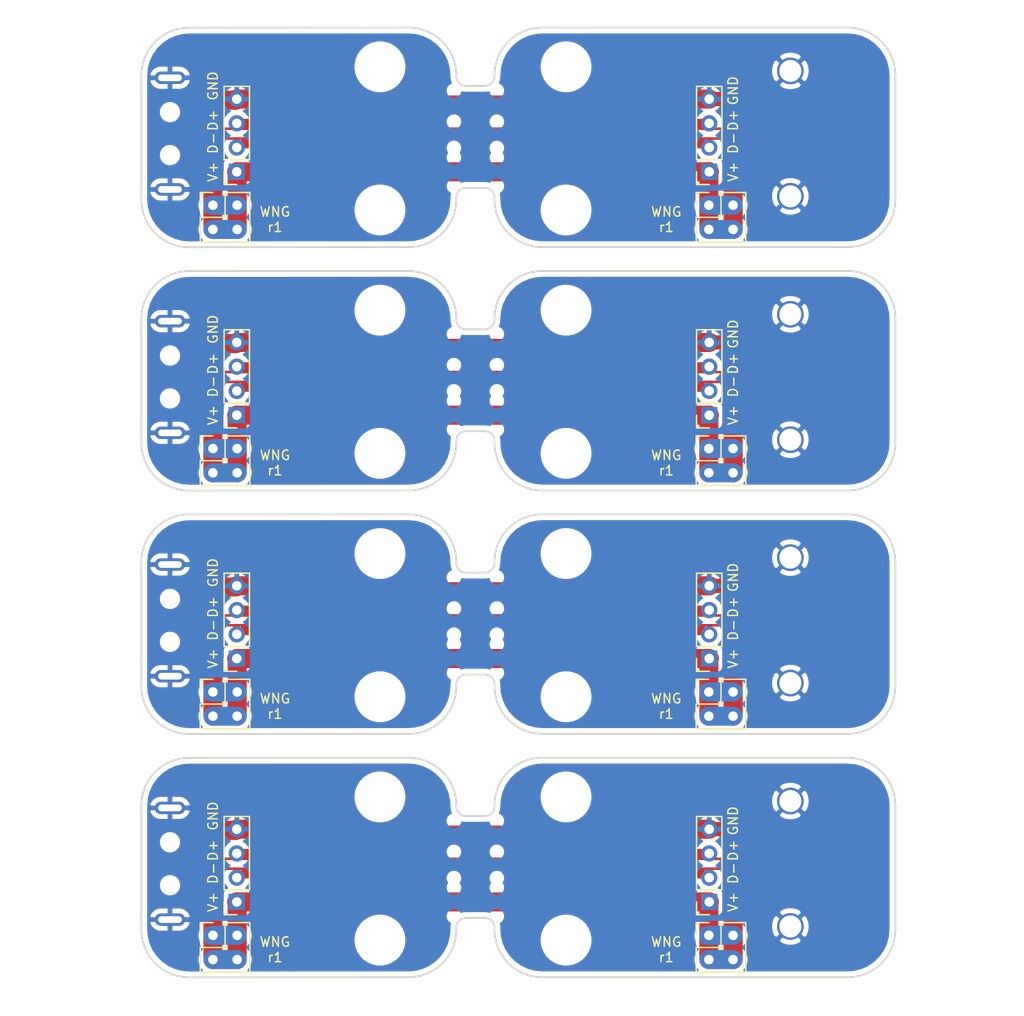
<source format=kicad_pcb>
(kicad_pcb (version 20171130) (host pcbnew 5.1.6-c6e7f7d~86~ubuntu16.04.1)
  (layers (0 F.Cu signal) (31 B.Cu signal) (34 B.Paste user) (35 F.Paste user) (36 B.SilkS user) (37 F.SilkS user) (38 B.Mask user) (39 F.Mask user) (44 Edge.Cuts user))
  (net 0 "")
  (net 1 /D+)
  (net 2 /D-)
  (net 3 /GND)
  (net 4 /VBUS)
  (module MountingHole:MountingHole_4.3mm_M4 (layer F.Cu) (at 159.5 178.5)
    (fp_text reference H4 hide)
    (fp_text value MountingHole)
    (pad 1 np_thru_hole circle (at 0 0) (size 4.3 4.3) (drill 4.3) (layers *.Cu *.Mask))
  )
  (module MountingHole:MountingHole_4.3mm_M4 (layer F.Cu) (at 159.5 153)
    (fp_text reference H4 hide)
    (fp_text value MountingHole)
    (pad 1 np_thru_hole circle (at 0 0) (size 4.3 4.3) (drill 4.3) (layers *.Cu *.Mask))
  )
  (module MountingHole:MountingHole_4.3mm_M4 (layer F.Cu) (at 159.5 127.5)
    (fp_text reference H4 hide)
    (fp_text value MountingHole)
    (pad 1 np_thru_hole circle (at 0 0) (size 4.3 4.3) (drill 4.3) (layers *.Cu *.Mask))
  )
  (module MountingHole:MountingHole_4.3mm_M4 (layer F.Cu) (at 140 163.5)
    (fp_text reference H1 hide)
    (fp_text value MountingHole)
    (pad 1 np_thru_hole circle (at 0 0) (size 4.3 4.3) (drill 4.3) (layers *.Cu *.Mask))
  )
  (module MountingHole:MountingHole_4.3mm_M4 (layer F.Cu) (at 140 138)
    (fp_text reference H1 hide)
    (fp_text value MountingHole)
    (pad 1 np_thru_hole circle (at 0 0) (size 4.3 4.3) (drill 4.3) (layers *.Cu *.Mask))
  )
  (module MountingHole:MountingHole_4.3mm_M4 (layer F.Cu) (at 140 112.5)
    (fp_text reference H1 hide)
    (fp_text value MountingHole)
    (pad 1 np_thru_hole circle (at 0 0) (size 4.3 4.3) (drill 4.3) (layers *.Cu *.Mask))
  )
  (module wng-connectors:Amphenol_87583-2010RLF_USB-A-Female (layer F.Cu) (at 183 170.5 90)
    (fp_text reference J8 hide)
    (fp_text value USB_A)
    (pad 1 connect rect (at -3.5 -3.58 90) (size 1.12 2.88) (layers F.Cu F.Mask) (net 4 /VBUS))
    (pad 2 connect rect (at -1 -3.58 90) (size 1.12 2.88) (layers F.Cu F.Mask) (net 2 /D-))
    (pad 3 connect rect (at 1 -3.58 90) (size 1.12 2.88) (layers F.Cu F.Mask) (net 1 /D+))
    (pad 4 connect rect (at 3.5 -3.58 90) (size 1.12 2.88) (layers F.Cu F.Mask) (net 3 /GND))
    (pad 5 thru_hole circle (at -6.57 0 90) (size 2.8 2.8) (drill 2.3) (layers *.Cu *.Mask) (net 3 /GND))
    (pad 5 thru_hole circle (at 6.57 0 90) (size 2.8 2.8) (drill 2.3) (layers *.Cu *.Mask) (net 3 /GND))
  )
  (module wng-connectors:Amphenol_87583-2010RLF_USB-A-Female (layer F.Cu) (at 183 145 90)
    (fp_text reference J8 hide)
    (fp_text value USB_A)
    (pad 1 connect rect (at -3.5 -3.58 90) (size 1.12 2.88) (layers F.Cu F.Mask) (net 4 /VBUS))
    (pad 2 connect rect (at -1 -3.58 90) (size 1.12 2.88) (layers F.Cu F.Mask) (net 2 /D-))
    (pad 3 connect rect (at 1 -3.58 90) (size 1.12 2.88) (layers F.Cu F.Mask) (net 1 /D+))
    (pad 4 connect rect (at 3.5 -3.58 90) (size 1.12 2.88) (layers F.Cu F.Mask) (net 3 /GND))
    (pad 5 thru_hole circle (at -6.57 0 90) (size 2.8 2.8) (drill 2.3) (layers *.Cu *.Mask) (net 3 /GND))
    (pad 5 thru_hole circle (at 6.57 0 90) (size 2.8 2.8) (drill 2.3) (layers *.Cu *.Mask) (net 3 /GND))
  )
  (module wng-connectors:Amphenol_87583-2010RLF_USB-A-Female (layer F.Cu) (at 183 119.5 90)
    (fp_text reference J8 hide)
    (fp_text value USB_A)
    (pad 1 connect rect (at -3.5 -3.58 90) (size 1.12 2.88) (layers F.Cu F.Mask) (net 4 /VBUS))
    (pad 2 connect rect (at -1 -3.58 90) (size 1.12 2.88) (layers F.Cu F.Mask) (net 2 /D-))
    (pad 3 connect rect (at 1 -3.58 90) (size 1.12 2.88) (layers F.Cu F.Mask) (net 1 /D+))
    (pad 4 connect rect (at 3.5 -3.58 90) (size 1.12 2.88) (layers F.Cu F.Mask) (net 3 /GND))
    (pad 5 thru_hole circle (at -6.57 0 90) (size 2.8 2.8) (drill 2.3) (layers *.Cu *.Mask) (net 3 /GND))
    (pad 5 thru_hole circle (at 6.57 0 90) (size 2.8 2.8) (drill 2.3) (layers *.Cu *.Mask) (net 3 /GND))
  )
  (module usb_breakout:0.5MM_hole (layer F.Cu) (at 147.75 169.25)
    (fp_text reference REF** hide)
    (fp_text value 0.5MM_hole hide)
    (pad "" np_thru_hole circle (at 0 0) (size 0.5 0.5) (drill 0.5) (layers *.Cu *.Mask))
  )
  (module usb_breakout:0.5MM_hole (layer F.Cu) (at 147.75 143.75)
    (fp_text reference REF** hide)
    (fp_text value 0.5MM_hole hide)
    (pad "" np_thru_hole circle (at 0 0) (size 0.5 0.5) (drill 0.5) (layers *.Cu *.Mask))
  )
  (module usb_breakout:0.5MM_hole (layer F.Cu) (at 147.75 118.25)
    (fp_text reference REF** hide)
    (fp_text value 0.5MM_hole hide)
    (pad "" np_thru_hole circle (at 0 0) (size 0.5 0.5) (drill 0.5) (layers *.Cu *.Mask))
  )
  (module MountingHole:MountingHole_4.3mm_M4 (layer F.Cu) (at 140 178.5)
    (fp_text reference H2 hide)
    (fp_text value MountingHole)
    (pad 1 np_thru_hole circle (at 0 0) (size 4.3 4.3) (drill 4.3) (layers *.Cu *.Mask))
  )
  (module MountingHole:MountingHole_4.3mm_M4 (layer F.Cu) (at 140 153)
    (fp_text reference H2 hide)
    (fp_text value MountingHole)
    (pad 1 np_thru_hole circle (at 0 0) (size 4.3 4.3) (drill 4.3) (layers *.Cu *.Mask))
  )
  (module MountingHole:MountingHole_4.3mm_M4 (layer F.Cu) (at 140 127.5)
    (fp_text reference H2 hide)
    (fp_text value MountingHole)
    (pad 1 np_thru_hole circle (at 0 0) (size 4.3 4.3) (drill 4.3) (layers *.Cu *.Mask))
  )
  (module usb_breakout:0.5MM_hole (layer F.Cu) (at 147.75 176)
    (fp_text reference REF** hide)
    (fp_text value 0.5MM_hole hide)
    (pad "" np_thru_hole circle (at 0 0) (size 0.5 0.5) (drill 0.5) (layers *.Cu *.Mask))
  )
  (module usb_breakout:0.5MM_hole (layer F.Cu) (at 147.75 150.5)
    (fp_text reference REF** hide)
    (fp_text value 0.5MM_hole hide)
    (pad "" np_thru_hole circle (at 0 0) (size 0.5 0.5) (drill 0.5) (layers *.Cu *.Mask))
  )
  (module usb_breakout:0.5MM_hole (layer F.Cu) (at 147.75 125)
    (fp_text reference REF** hide)
    (fp_text value 0.5MM_hole hide)
    (pad "" np_thru_hole circle (at 0 0) (size 0.5 0.5) (drill 0.5) (layers *.Cu *.Mask))
  )
  (module usb_breakout:0.5MM_hole (layer F.Cu) (at 152.25 173)
    (fp_text reference REF** hide)
    (fp_text value 0.5MM_hole hide)
    (pad "" np_thru_hole circle (at 0 0) (size 0.5 0.5) (drill 0.5) (layers *.Cu *.Mask))
  )
  (module usb_breakout:0.5MM_hole (layer F.Cu) (at 152.25 147.5)
    (fp_text reference REF** hide)
    (fp_text value 0.5MM_hole hide)
    (pad "" np_thru_hole circle (at 0 0) (size 0.5 0.5) (drill 0.5) (layers *.Cu *.Mask))
  )
  (module usb_breakout:0.5MM_hole (layer F.Cu) (at 152.25 122)
    (fp_text reference REF** hide)
    (fp_text value 0.5MM_hole hide)
    (pad "" np_thru_hole circle (at 0 0) (size 0.5 0.5) (drill 0.5) (layers *.Cu *.Mask))
  )
  (module usb_breakout:0.5MM_hole (layer F.Cu) (at 147.75 172)
    (fp_text reference REF** hide)
    (fp_text value 0.5MM_hole hide)
    (pad "" np_thru_hole circle (at 0 0) (size 0.5 0.5) (drill 0.5) (layers *.Cu *.Mask))
  )
  (module usb_breakout:0.5MM_hole (layer F.Cu) (at 147.75 146.5)
    (fp_text reference REF** hide)
    (fp_text value 0.5MM_hole hide)
    (pad "" np_thru_hole circle (at 0 0) (size 0.5 0.5) (drill 0.5) (layers *.Cu *.Mask))
  )
  (module usb_breakout:0.5MM_hole (layer F.Cu) (at 147.75 121)
    (fp_text reference REF** hide)
    (fp_text value 0.5MM_hole hide)
    (pad "" np_thru_hole circle (at 0 0) (size 0.5 0.5) (drill 0.5) (layers *.Cu *.Mask))
  )
  (module MountingHole:MountingHole_4.3mm_M4 (layer F.Cu) (at 159.5 163.5)
    (fp_text reference H3 hide)
    (fp_text value MountingHole)
    (pad 1 np_thru_hole circle (at 0 0) (size 4.3 4.3) (drill 4.3) (layers *.Cu *.Mask))
  )
  (module MountingHole:MountingHole_4.3mm_M4 (layer F.Cu) (at 159.5 138)
    (fp_text reference H3 hide)
    (fp_text value MountingHole)
    (pad 1 np_thru_hole circle (at 0 0) (size 4.3 4.3) (drill 4.3) (layers *.Cu *.Mask))
  )
  (module MountingHole:MountingHole_4.3mm_M4 (layer F.Cu) (at 159.5 112.5)
    (fp_text reference H3 hide)
    (fp_text value MountingHole)
    (pad 1 np_thru_hole circle (at 0 0) (size 4.3 4.3) (drill 4.3) (layers *.Cu *.Mask))
  )
  (module wng-connectors:Molex_48037-2200_USB-A (layer F.Cu) (at 118 170.5 270)
    (fp_text reference J1 hide)
    (fp_text value USB_A)
    (pad 1 connect rect (at 3.5 -2.6 270) (size 1.2 2) (layers F.Cu F.Mask) (net 4 /VBUS))
    (pad 2 connect rect (at 1 -2.6 270) (size 1.2 2) (layers F.Cu F.Mask) (net 2 /D-))
    (pad 3 connect rect (at -1 -2.6 270) (size 1.2 2) (layers F.Cu F.Mask) (net 1 /D+))
    (pad 4 connect rect (at -3.5 -2.6 270) (size 1.2 2) (layers F.Cu F.Mask) (net 3 /GND))
    (pad "" np_thru_hole circle (at 2.25 0 270) (size 1.1 1.1) (drill 1.1) (layers *.Cu *.Mask))
    (pad "" np_thru_hole circle (at -2.25 0 270) (size 1.1 1.1) (drill 1.1) (layers *.Mask F.Cu))
    (pad 5 thru_hole oval (at 5.85 0 270) (size 1.3 3.2) (drill oval 0.7 2.5) (layers *.Cu *.Mask) (net 3 /GND))
    (pad 5 thru_hole oval (at -5.85 0 270) (size 1.3 3.2) (drill oval 0.7 2.5) (layers *.Cu *.Mask) (net 3 /GND))
  )
  (module wng-connectors:Molex_48037-2200_USB-A (layer F.Cu) (at 118 145 270)
    (fp_text reference J1 hide)
    (fp_text value USB_A)
    (pad 1 connect rect (at 3.5 -2.6 270) (size 1.2 2) (layers F.Cu F.Mask) (net 4 /VBUS))
    (pad 2 connect rect (at 1 -2.6 270) (size 1.2 2) (layers F.Cu F.Mask) (net 2 /D-))
    (pad 3 connect rect (at -1 -2.6 270) (size 1.2 2) (layers F.Cu F.Mask) (net 1 /D+))
    (pad 4 connect rect (at -3.5 -2.6 270) (size 1.2 2) (layers F.Cu F.Mask) (net 3 /GND))
    (pad "" np_thru_hole circle (at 2.25 0 270) (size 1.1 1.1) (drill 1.1) (layers *.Cu *.Mask))
    (pad "" np_thru_hole circle (at -2.25 0 270) (size 1.1 1.1) (drill 1.1) (layers *.Mask F.Cu))
    (pad 5 thru_hole oval (at 5.85 0 270) (size 1.3 3.2) (drill oval 0.7 2.5) (layers *.Cu *.Mask) (net 3 /GND))
    (pad 5 thru_hole oval (at -5.85 0 270) (size 1.3 3.2) (drill oval 0.7 2.5) (layers *.Cu *.Mask) (net 3 /GND))
  )
  (module wng-connectors:Molex_48037-2200_USB-A (layer F.Cu) (at 118 119.5 270)
    (fp_text reference J1 hide)
    (fp_text value USB_A)
    (pad 1 connect rect (at 3.5 -2.6 270) (size 1.2 2) (layers F.Cu F.Mask) (net 4 /VBUS))
    (pad 2 connect rect (at 1 -2.6 270) (size 1.2 2) (layers F.Cu F.Mask) (net 2 /D-))
    (pad 3 connect rect (at -1 -2.6 270) (size 1.2 2) (layers F.Cu F.Mask) (net 1 /D+))
    (pad 4 connect rect (at -3.5 -2.6 270) (size 1.2 2) (layers F.Cu F.Mask) (net 3 /GND))
    (pad "" np_thru_hole circle (at 2.25 0 270) (size 1.1 1.1) (drill 1.1) (layers *.Cu *.Mask))
    (pad "" np_thru_hole circle (at -2.25 0 270) (size 1.1 1.1) (drill 1.1) (layers *.Mask F.Cu))
    (pad 5 thru_hole oval (at 5.85 0 270) (size 1.3 3.2) (drill oval 0.7 2.5) (layers *.Cu *.Mask) (net 3 /GND))
    (pad 5 thru_hole oval (at -5.85 0 270) (size 1.3 3.2) (drill oval 0.7 2.5) (layers *.Cu *.Mask) (net 3 /GND))
  )
  (module Connector_PinSocket_2.54mm:PinSocket_1x04_P2.54mm_Vertical (layer F.Cu) (at 174.5 174.5 180)
    (fp_text reference J4 hide)
    (fp_text value Conn_01x04)
    (pad 1 thru_hole rect (at 0 0 180) (size 1.7 1.7) (drill 1) (layers *.Cu *.Mask) (net 4 /VBUS))
    (pad 2 thru_hole oval (at 0 2.54 180) (size 1.7 1.7) (drill 1) (layers *.Cu *.Mask) (net 2 /D-))
    (pad 3 thru_hole oval (at 0 5.08 180) (size 1.7 1.7) (drill 1) (layers *.Cu *.Mask) (net 1 /D+))
    (pad 4 thru_hole oval (at 0 7.62 180) (size 1.7 1.7) (drill 1) (layers *.Cu *.Mask) (net 3 /GND))
  )
  (module Connector_PinSocket_2.54mm:PinSocket_1x04_P2.54mm_Vertical (layer F.Cu) (at 174.5 149 180)
    (fp_text reference J4 hide)
    (fp_text value Conn_01x04)
    (pad 1 thru_hole rect (at 0 0 180) (size 1.7 1.7) (drill 1) (layers *.Cu *.Mask) (net 4 /VBUS))
    (pad 2 thru_hole oval (at 0 2.54 180) (size 1.7 1.7) (drill 1) (layers *.Cu *.Mask) (net 2 /D-))
    (pad 3 thru_hole oval (at 0 5.08 180) (size 1.7 1.7) (drill 1) (layers *.Cu *.Mask) (net 1 /D+))
    (pad 4 thru_hole oval (at 0 7.62 180) (size 1.7 1.7) (drill 1) (layers *.Cu *.Mask) (net 3 /GND))
  )
  (module Connector_PinSocket_2.54mm:PinSocket_1x04_P2.54mm_Vertical (layer F.Cu) (at 174.5 123.5 180)
    (fp_text reference J4 hide)
    (fp_text value Conn_01x04)
    (pad 1 thru_hole rect (at 0 0 180) (size 1.7 1.7) (drill 1) (layers *.Cu *.Mask) (net 4 /VBUS))
    (pad 2 thru_hole oval (at 0 2.54 180) (size 1.7 1.7) (drill 1) (layers *.Cu *.Mask) (net 2 /D-))
    (pad 3 thru_hole oval (at 0 5.08 180) (size 1.7 1.7) (drill 1) (layers *.Cu *.Mask) (net 1 /D+))
    (pad 4 thru_hole oval (at 0 7.62 180) (size 1.7 1.7) (drill 1) (layers *.Cu *.Mask) (net 3 /GND))
  )
  (module usb_breakout:0.5MM_hole (layer F.Cu) (at 152.25 172)
    (fp_text reference REF** hide)
    (fp_text value 0.5MM_hole hide)
    (pad "" np_thru_hole circle (at 0 0) (size 0.5 0.5) (drill 0.5) (layers *.Cu *.Mask))
  )
  (module usb_breakout:0.5MM_hole (layer F.Cu) (at 152.25 146.5)
    (fp_text reference REF** hide)
    (fp_text value 0.5MM_hole hide)
    (pad "" np_thru_hole circle (at 0 0) (size 0.5 0.5) (drill 0.5) (layers *.Cu *.Mask))
  )
  (module usb_breakout:0.5MM_hole (layer F.Cu) (at 152.25 121)
    (fp_text reference REF** hide)
    (fp_text value 0.5MM_hole hide)
    (pad "" np_thru_hole circle (at 0 0) (size 0.5 0.5) (drill 0.5) (layers *.Cu *.Mask))
  )
  (module usb_breakout:0.5MM_hole (layer F.Cu) (at 152.25 176)
    (fp_text reference REF** hide)
    (fp_text value 0.5MM_hole hide)
    (pad "" np_thru_hole circle (at 0 0) (size 0.5 0.5) (drill 0.5) (layers *.Cu *.Mask))
  )
  (module usb_breakout:0.5MM_hole (layer F.Cu) (at 152.25 150.5)
    (fp_text reference REF** hide)
    (fp_text value 0.5MM_hole hide)
    (pad "" np_thru_hole circle (at 0 0) (size 0.5 0.5) (drill 0.5) (layers *.Cu *.Mask))
  )
  (module usb_breakout:0.5MM_hole (layer F.Cu) (at 152.25 125)
    (fp_text reference REF** hide)
    (fp_text value 0.5MM_hole hide)
    (pad "" np_thru_hole circle (at 0 0) (size 0.5 0.5) (drill 0.5) (layers *.Cu *.Mask))
  )
  (module Connector_PinHeader_2.54mm:PinHeader_2x02_P2.54mm_Vertical (layer F.Cu) (at 174.46 178)
    (fp_text reference J5 hide)
    (fp_text value Conn_02x02_Odd_Even)
    (pad 1 thru_hole rect (at 0 0) (size 1.7 1.7) (drill 1) (layers *.Cu *.Mask) (net 4 /VBUS))
    (pad 2 thru_hole oval (at 2.54 0) (size 1.7 1.7) (drill 1) (layers *.Cu *.Mask) (net 4 /VBUS))
    (pad 3 thru_hole oval (at 0 2.54) (size 1.7 1.7) (drill 1) (layers *.Cu *.Mask) (net 4 /VBUS))
    (pad 4 thru_hole oval (at 2.54 2.54) (size 1.7 1.7) (drill 1) (layers *.Cu *.Mask) (net 4 /VBUS))
  )
  (module Connector_PinHeader_2.54mm:PinHeader_2x02_P2.54mm_Vertical (layer F.Cu) (at 174.46 152.5)
    (fp_text reference J5 hide)
    (fp_text value Conn_02x02_Odd_Even)
    (pad 1 thru_hole rect (at 0 0) (size 1.7 1.7) (drill 1) (layers *.Cu *.Mask) (net 4 /VBUS))
    (pad 2 thru_hole oval (at 2.54 0) (size 1.7 1.7) (drill 1) (layers *.Cu *.Mask) (net 4 /VBUS))
    (pad 3 thru_hole oval (at 0 2.54) (size 1.7 1.7) (drill 1) (layers *.Cu *.Mask) (net 4 /VBUS))
    (pad 4 thru_hole oval (at 2.54 2.54) (size 1.7 1.7) (drill 1) (layers *.Cu *.Mask) (net 4 /VBUS))
  )
  (module Connector_PinHeader_2.54mm:PinHeader_2x02_P2.54mm_Vertical (layer F.Cu) (at 174.46 127)
    (fp_text reference J5 hide)
    (fp_text value Conn_02x02_Odd_Even)
    (pad 1 thru_hole rect (at 0 0) (size 1.7 1.7) (drill 1) (layers *.Cu *.Mask) (net 4 /VBUS))
    (pad 2 thru_hole oval (at 2.54 0) (size 1.7 1.7) (drill 1) (layers *.Cu *.Mask) (net 4 /VBUS))
    (pad 3 thru_hole oval (at 0 2.54) (size 1.7 1.7) (drill 1) (layers *.Cu *.Mask) (net 4 /VBUS))
    (pad 4 thru_hole oval (at 2.54 2.54) (size 1.7 1.7) (drill 1) (layers *.Cu *.Mask) (net 4 /VBUS))
  )
  (module Connector_PinHeader_2.54mm:PinHeader_2x02_P2.54mm_Vertical (layer F.Cu) (at 122.5 178)
    (fp_text reference J2 hide)
    (fp_text value Conn_02x02_Odd_Even)
    (pad 1 thru_hole rect (at 0 0) (size 1.7 1.7) (drill 1) (layers *.Cu *.Mask) (net 4 /VBUS))
    (pad 2 thru_hole oval (at 2.54 0) (size 1.7 1.7) (drill 1) (layers *.Cu *.Mask) (net 4 /VBUS))
    (pad 3 thru_hole oval (at 0 2.54) (size 1.7 1.7) (drill 1) (layers *.Cu *.Mask) (net 4 /VBUS))
    (pad 4 thru_hole oval (at 2.54 2.54) (size 1.7 1.7) (drill 1) (layers *.Cu *.Mask) (net 4 /VBUS))
  )
  (module Connector_PinHeader_2.54mm:PinHeader_2x02_P2.54mm_Vertical (layer F.Cu) (at 122.5 152.5)
    (fp_text reference J2 hide)
    (fp_text value Conn_02x02_Odd_Even)
    (pad 1 thru_hole rect (at 0 0) (size 1.7 1.7) (drill 1) (layers *.Cu *.Mask) (net 4 /VBUS))
    (pad 2 thru_hole oval (at 2.54 0) (size 1.7 1.7) (drill 1) (layers *.Cu *.Mask) (net 4 /VBUS))
    (pad 3 thru_hole oval (at 0 2.54) (size 1.7 1.7) (drill 1) (layers *.Cu *.Mask) (net 4 /VBUS))
    (pad 4 thru_hole oval (at 2.54 2.54) (size 1.7 1.7) (drill 1) (layers *.Cu *.Mask) (net 4 /VBUS))
  )
  (module Connector_PinHeader_2.54mm:PinHeader_2x02_P2.54mm_Vertical (layer F.Cu) (at 122.5 127)
    (fp_text reference J2 hide)
    (fp_text value Conn_02x02_Odd_Even)
    (pad 1 thru_hole rect (at 0 0) (size 1.7 1.7) (drill 1) (layers *.Cu *.Mask) (net 4 /VBUS))
    (pad 2 thru_hole oval (at 2.54 0) (size 1.7 1.7) (drill 1) (layers *.Cu *.Mask) (net 4 /VBUS))
    (pad 3 thru_hole oval (at 0 2.54) (size 1.7 1.7) (drill 1) (layers *.Cu *.Mask) (net 4 /VBUS))
    (pad 4 thru_hole oval (at 2.54 2.54) (size 1.7 1.7) (drill 1) (layers *.Cu *.Mask) (net 4 /VBUS))
  )
  (module usb_breakout:0.5MM_hole (layer F.Cu) (at 147.75 166)
    (fp_text reference REF** hide)
    (fp_text value 0.5MM_hole hide)
    (pad "" np_thru_hole circle (at 0 0) (size 0.5 0.5) (drill 0.5) (layers *.Cu *.Mask))
  )
  (module usb_breakout:0.5MM_hole (layer F.Cu) (at 147.75 140.5)
    (fp_text reference REF** hide)
    (fp_text value 0.5MM_hole hide)
    (pad "" np_thru_hole circle (at 0 0) (size 0.5 0.5) (drill 0.5) (layers *.Cu *.Mask))
  )
  (module usb_breakout:0.5MM_hole (layer F.Cu) (at 147.75 115)
    (fp_text reference REF** hide)
    (fp_text value 0.5MM_hole hide)
    (pad "" np_thru_hole circle (at 0 0) (size 0.5 0.5) (drill 0.5) (layers *.Cu *.Mask))
  )
  (module usb_breakout:0.5MM_hole (layer F.Cu) (at 152.25 166)
    (fp_text reference REF** hide)
    (fp_text value 0.5MM_hole hide)
    (pad "" np_thru_hole circle (at 0 0) (size 0.5 0.5) (drill 0.5) (layers *.Cu *.Mask))
  )
  (module usb_breakout:0.5MM_hole (layer F.Cu) (at 152.25 140.5)
    (fp_text reference REF** hide)
    (fp_text value 0.5MM_hole hide)
    (pad "" np_thru_hole circle (at 0 0) (size 0.5 0.5) (drill 0.5) (layers *.Cu *.Mask))
  )
  (module usb_breakout:0.5MM_hole (layer F.Cu) (at 152.25 115)
    (fp_text reference REF** hide)
    (fp_text value 0.5MM_hole hide)
    (pad "" np_thru_hole circle (at 0 0) (size 0.5 0.5) (drill 0.5) (layers *.Cu *.Mask))
  )
  (module Connector_PinSocket_2.54mm:PinSocket_1x04_P2.54mm_Vertical (layer F.Cu) (at 125 174.5 180)
    (fp_text reference J3 hide)
    (fp_text value Conn_01x04)
    (pad 1 thru_hole rect (at 0 0 180) (size 1.7 1.7) (drill 1) (layers *.Cu *.Mask) (net 4 /VBUS))
    (pad 2 thru_hole oval (at 0 2.54 180) (size 1.7 1.7) (drill 1) (layers *.Cu *.Mask) (net 2 /D-))
    (pad 3 thru_hole oval (at 0 5.08 180) (size 1.7 1.7) (drill 1) (layers *.Cu *.Mask) (net 1 /D+))
    (pad 4 thru_hole oval (at 0 7.62 180) (size 1.7 1.7) (drill 1) (layers *.Cu *.Mask) (net 3 /GND))
  )
  (module Connector_PinSocket_2.54mm:PinSocket_1x04_P2.54mm_Vertical (layer F.Cu) (at 125 149 180)
    (fp_text reference J3 hide)
    (fp_text value Conn_01x04)
    (pad 1 thru_hole rect (at 0 0 180) (size 1.7 1.7) (drill 1) (layers *.Cu *.Mask) (net 4 /VBUS))
    (pad 2 thru_hole oval (at 0 2.54 180) (size 1.7 1.7) (drill 1) (layers *.Cu *.Mask) (net 2 /D-))
    (pad 3 thru_hole oval (at 0 5.08 180) (size 1.7 1.7) (drill 1) (layers *.Cu *.Mask) (net 1 /D+))
    (pad 4 thru_hole oval (at 0 7.62 180) (size 1.7 1.7) (drill 1) (layers *.Cu *.Mask) (net 3 /GND))
  )
  (module Connector_PinSocket_2.54mm:PinSocket_1x04_P2.54mm_Vertical (layer F.Cu) (at 125 123.5 180)
    (fp_text reference J3 hide)
    (fp_text value Conn_01x04)
    (pad 1 thru_hole rect (at 0 0 180) (size 1.7 1.7) (drill 1) (layers *.Cu *.Mask) (net 4 /VBUS))
    (pad 2 thru_hole oval (at 0 2.54 180) (size 1.7 1.7) (drill 1) (layers *.Cu *.Mask) (net 2 /D-))
    (pad 3 thru_hole oval (at 0 5.08 180) (size 1.7 1.7) (drill 1) (layers *.Cu *.Mask) (net 1 /D+))
    (pad 4 thru_hole oval (at 0 7.62 180) (size 1.7 1.7) (drill 1) (layers *.Cu *.Mask) (net 3 /GND))
  )
  (module usb_breakout:0.5MM_hole (layer F.Cu) (at 147.75 173)
    (fp_text reference REF** hide)
    (fp_text value 0.5MM_hole hide)
    (pad "" np_thru_hole circle (at 0 0) (size 0.5 0.5) (drill 0.5) (layers *.Cu *.Mask))
  )
  (module usb_breakout:0.5MM_hole (layer F.Cu) (at 147.75 147.5)
    (fp_text reference REF** hide)
    (fp_text value 0.5MM_hole hide)
    (pad "" np_thru_hole circle (at 0 0) (size 0.5 0.5) (drill 0.5) (layers *.Cu *.Mask))
  )
  (module usb_breakout:0.5MM_hole (layer F.Cu) (at 147.75 122)
    (fp_text reference REF** hide)
    (fp_text value 0.5MM_hole hide)
    (pad "" np_thru_hole circle (at 0 0) (size 0.5 0.5) (drill 0.5) (layers *.Cu *.Mask))
  )
  (module usb_breakout:0.5MM_hole (layer F.Cu) (at 152.25 169.25)
    (fp_text reference REF** hide)
    (fp_text value 0.5MM_hole hide)
    (pad "" np_thru_hole circle (at 0 0) (size 0.5 0.5) (drill 0.5) (layers *.Cu *.Mask))
  )
  (module usb_breakout:0.5MM_hole (layer F.Cu) (at 152.25 143.75)
    (fp_text reference REF** hide)
    (fp_text value 0.5MM_hole hide)
    (pad "" np_thru_hole circle (at 0 0) (size 0.5 0.5) (drill 0.5) (layers *.Cu *.Mask))
  )
  (module usb_breakout:0.5MM_hole (layer F.Cu) (at 152.25 118.25)
    (fp_text reference REF** hide)
    (fp_text value 0.5MM_hole hide)
    (pad "" np_thru_hole circle (at 0 0) (size 0.5 0.5) (drill 0.5) (layers *.Cu *.Mask))
  )
  (module usb_breakout:0.5MM_hole (layer F.Cu) (at 152.25 99.5)
    (fp_text reference REF** hide)
    (fp_text value 0.5MM_hole hide)
    (pad "" np_thru_hole circle (at 0 0) (size 0.5 0.5) (drill 0.5) (layers *.Cu *.Mask))
  )
  (module usb_breakout:0.5MM_hole (layer F.Cu) (at 152.25 96.5)
    (fp_text reference REF** hide)
    (fp_text value 0.5MM_hole hide)
    (pad "" np_thru_hole circle (at 0 0) (size 0.5 0.5) (drill 0.5) (layers *.Cu *.Mask))
  )
  (module usb_breakout:0.5MM_hole (layer F.Cu) (at 152.25 95.5)
    (fp_text reference REF** hide)
    (fp_text value 0.5MM_hole hide)
    (pad "" np_thru_hole circle (at 0 0) (size 0.5 0.5) (drill 0.5) (layers *.Cu *.Mask))
  )
  (module usb_breakout:0.5MM_hole (layer F.Cu) (at 152.25 92.75)
    (fp_text reference REF** hide)
    (fp_text value 0.5MM_hole hide)
    (pad "" np_thru_hole circle (at 0 0) (size 0.5 0.5) (drill 0.5) (layers *.Cu *.Mask))
  )
  (module usb_breakout:0.5MM_hole (layer F.Cu) (at 152.25 89.5)
    (fp_text reference REF** hide)
    (fp_text value 0.5MM_hole hide)
    (pad "" np_thru_hole circle (at 0 0) (size 0.5 0.5) (drill 0.5) (layers *.Cu *.Mask))
  )
  (module usb_breakout:0.5MM_hole (layer F.Cu) (at 147.75 89.5)
    (fp_text reference REF** hide)
    (fp_text value 0.5MM_hole hide)
    (pad "" np_thru_hole circle (at 0 0) (size 0.5 0.5) (drill 0.5) (layers *.Cu *.Mask))
  )
  (module usb_breakout:0.5MM_hole (layer F.Cu) (at 147.75 92.75)
    (fp_text reference REF** hide)
    (fp_text value 0.5MM_hole hide)
    (pad "" np_thru_hole circle (at 0 0) (size 0.5 0.5) (drill 0.5) (layers *.Cu *.Mask))
  )
  (module usb_breakout:0.5MM_hole (layer F.Cu) (at 147.75 95.5)
    (fp_text reference REF** hide)
    (fp_text value 0.5MM_hole hide)
    (pad "" np_thru_hole circle (at 0 0) (size 0.5 0.5) (drill 0.5) (layers *.Cu *.Mask))
  )
  (module usb_breakout:0.5MM_hole (layer F.Cu) (at 147.75 96.5)
    (fp_text reference REF** hide)
    (fp_text value 0.5MM_hole hide)
    (pad "" np_thru_hole circle (at 0 0) (size 0.5 0.5) (drill 0.5) (layers *.Cu *.Mask))
  )
  (module usb_breakout:0.5MM_hole (layer F.Cu) (at 147.75 99.5)
    (fp_text reference REF** hide)
    (fp_text value 0.5MM_hole hide)
    (pad "" np_thru_hole circle (at 0 0) (size 0.5 0.5) (drill 0.5) (layers *.Cu *.Mask))
  )
  (module MountingHole:MountingHole_4.3mm_M4 (layer F.Cu) (at 140 102)
    (fp_text reference H2 hide)
    (fp_text value MountingHole)
    (pad 1 np_thru_hole circle (at 0 0) (size 4.3 4.3) (drill 4.3) (layers *.Cu *.Mask))
  )
  (module Connector_PinHeader_2.54mm:PinHeader_2x02_P2.54mm_Vertical (layer F.Cu) (at 174.46 101.5)
    (fp_text reference J5 hide)
    (fp_text value Conn_02x02_Odd_Even)
    (pad 4 thru_hole oval (at 2.54 2.54) (size 1.7 1.7) (drill 1) (layers *.Cu *.Mask) (net 4 /VBUS))
    (pad 3 thru_hole oval (at 0 2.54) (size 1.7 1.7) (drill 1) (layers *.Cu *.Mask) (net 4 /VBUS))
    (pad 2 thru_hole oval (at 2.54 0) (size 1.7 1.7) (drill 1) (layers *.Cu *.Mask) (net 4 /VBUS))
    (pad 1 thru_hole rect (at 0 0) (size 1.7 1.7) (drill 1) (layers *.Cu *.Mask) (net 4 /VBUS))
  )
  (module MountingHole:MountingHole_4.3mm_M4 (layer F.Cu) (at 159.5 102)
    (fp_text reference H4 hide)
    (fp_text value MountingHole)
    (pad 1 np_thru_hole circle (at 0 0) (size 4.3 4.3) (drill 4.3) (layers *.Cu *.Mask))
  )
  (module MountingHole:MountingHole_4.3mm_M4 (layer F.Cu) (at 159.5 87)
    (fp_text reference H3 hide)
    (fp_text value MountingHole)
    (pad 1 np_thru_hole circle (at 0 0) (size 4.3 4.3) (drill 4.3) (layers *.Cu *.Mask))
  )
  (module MountingHole:MountingHole_4.3mm_M4 (layer F.Cu) (at 140 87)
    (fp_text reference H1 hide)
    (fp_text value MountingHole)
    (pad 1 np_thru_hole circle (at 0 0) (size 4.3 4.3) (drill 4.3) (layers *.Cu *.Mask))
  )
  (module Connector_PinHeader_2.54mm:PinHeader_2x02_P2.54mm_Vertical (layer F.Cu) (at 122.5 101.5)
    (fp_text reference J2 hide)
    (fp_text value Conn_02x02_Odd_Even)
    (pad 4 thru_hole oval (at 2.54 2.54) (size 1.7 1.7) (drill 1) (layers *.Cu *.Mask) (net 4 /VBUS))
    (pad 3 thru_hole oval (at 0 2.54) (size 1.7 1.7) (drill 1) (layers *.Cu *.Mask) (net 4 /VBUS))
    (pad 2 thru_hole oval (at 2.54 0) (size 1.7 1.7) (drill 1) (layers *.Cu *.Mask) (net 4 /VBUS))
    (pad 1 thru_hole rect (at 0 0) (size 1.7 1.7) (drill 1) (layers *.Cu *.Mask) (net 4 /VBUS))
  )
  (module wng-connectors:Amphenol_87583-2010RLF_USB-A-Female (layer F.Cu) (at 183 94 90)
    (fp_text reference J8 hide)
    (fp_text value USB_A)
    (pad 5 thru_hole circle (at 6.57 0 90) (size 2.8 2.8) (drill 2.3) (layers *.Cu *.Mask) (net 3 /GND))
    (pad 5 thru_hole circle (at -6.57 0 90) (size 2.8 2.8) (drill 2.3) (layers *.Cu *.Mask) (net 3 /GND))
    (pad 4 connect rect (at 3.5 -3.58 90) (size 1.12 2.88) (layers F.Cu F.Mask) (net 3 /GND))
    (pad 3 connect rect (at 1 -3.58 90) (size 1.12 2.88) (layers F.Cu F.Mask) (net 1 /D+))
    (pad 2 connect rect (at -1 -3.58 90) (size 1.12 2.88) (layers F.Cu F.Mask) (net 2 /D-))
    (pad 1 connect rect (at -3.5 -3.58 90) (size 1.12 2.88) (layers F.Cu F.Mask) (net 4 /VBUS))
  )
  (module Connector_PinSocket_2.54mm:PinSocket_1x04_P2.54mm_Vertical (layer F.Cu) (at 174.5 98 180)
    (fp_text reference J4 hide)
    (fp_text value Conn_01x04)
    (pad 4 thru_hole oval (at 0 7.62 180) (size 1.7 1.7) (drill 1) (layers *.Cu *.Mask) (net 3 /GND))
    (pad 3 thru_hole oval (at 0 5.08 180) (size 1.7 1.7) (drill 1) (layers *.Cu *.Mask) (net 1 /D+))
    (pad 2 thru_hole oval (at 0 2.54 180) (size 1.7 1.7) (drill 1) (layers *.Cu *.Mask) (net 2 /D-))
    (pad 1 thru_hole rect (at 0 0 180) (size 1.7 1.7) (drill 1) (layers *.Cu *.Mask) (net 4 /VBUS))
  )
  (module Connector_PinSocket_2.54mm:PinSocket_1x04_P2.54mm_Vertical (layer F.Cu) (at 125 98 180)
    (fp_text reference J3 hide)
    (fp_text value Conn_01x04)
    (pad 4 thru_hole oval (at 0 7.62 180) (size 1.7 1.7) (drill 1) (layers *.Cu *.Mask) (net 3 /GND))
    (pad 3 thru_hole oval (at 0 5.08 180) (size 1.7 1.7) (drill 1) (layers *.Cu *.Mask) (net 1 /D+))
    (pad 2 thru_hole oval (at 0 2.54 180) (size 1.7 1.7) (drill 1) (layers *.Cu *.Mask) (net 2 /D-))
    (pad 1 thru_hole rect (at 0 0 180) (size 1.7 1.7) (drill 1) (layers *.Cu *.Mask) (net 4 /VBUS))
  )
  (module wng-connectors:Molex_48037-2200_USB-A (layer F.Cu) (at 118 94 270)
    (fp_text reference J1 hide)
    (fp_text value USB_A)
    (pad 5 thru_hole oval (at -5.85 0 270) (size 1.3 3.2) (drill oval 0.7 2.5) (layers *.Cu *.Mask) (net 3 /GND))
    (pad 5 thru_hole oval (at 5.85 0 270) (size 1.3 3.2) (drill oval 0.7 2.5) (layers *.Cu *.Mask) (net 3 /GND))
    (pad "" np_thru_hole circle (at -2.25 0 270) (size 1.1 1.1) (drill 1.1) (layers *.Mask F.Cu))
    (pad "" np_thru_hole circle (at 2.25 0 270) (size 1.1 1.1) (drill 1.1) (layers *.Cu *.Mask))
    (pad 4 connect rect (at -3.5 -2.6 270) (size 1.2 2) (layers F.Cu F.Mask) (net 3 /GND))
    (pad 3 connect rect (at -1 -2.6 270) (size 1.2 2) (layers F.Cu F.Mask) (net 1 /D+))
    (pad 2 connect rect (at 1 -2.6 270) (size 1.2 2) (layers F.Cu F.Mask) (net 2 /D-))
    (pad 1 connect rect (at 3.5 -2.6 270) (size 1.2 2) (layers F.Cu F.Mask) (net 4 /VBUS))
  )
  (gr_text V+ (at 177 174.5 90) (layer F.SilkS) (effects (font (size 1 1) (thickness 0.153))))
  (gr_text V+ (at 177 149 90) (layer F.SilkS) (effects (font (size 1 1) (thickness 0.153))))
  (gr_text V+ (at 177 123.5 90) (layer F.SilkS) (effects (font (size 1 1) (thickness 0.153))))
  (gr_poly (pts (xy 174 172) (xy 172 172) (xy 172 171) (xy 174 171)) (layer F.Cu) (width 0.1))
  (gr_poly (pts (xy 174 146.5) (xy 172 146.5) (xy 172 145.5) (xy 174 145.5)) (layer F.Cu) (width 0.1))
  (gr_poly (pts (xy 174 121) (xy 172 121) (xy 172 120) (xy 174 120)) (layer F.Cu) (width 0.1))
  (gr_poly (pts (xy 127.5 170) (xy 125.5 170) (xy 125.5 169) (xy 127.5 169)) (layer F.Cu) (width 0.1))
  (gr_poly (pts (xy 127.5 144.5) (xy 125.5 144.5) (xy 125.5 143.5) (xy 127.5 143.5)) (layer F.Cu) (width 0.1))
  (gr_poly (pts (xy 127.5 119) (xy 125.5 119) (xy 125.5 118) (xy 127.5 118)) (layer F.Cu) (width 0.1))
  (gr_line (start 120 182.4) (end 143.000001 182.390491) (layer Edge.Cuts) (width 0.2))
  (gr_line (start 120 156.9) (end 143.000001 156.890491) (layer Edge.Cuts) (width 0.2))
  (gr_line (start 120 131.4) (end 143.000001 131.390491) (layer Edge.Cuts) (width 0.2))
  (gr_line (start 148 164.5) (end 148 164.390491) (layer Edge.Cuts) (width 0.2))
  (gr_line (start 148 139) (end 148 138.890491) (layer Edge.Cuts) (width 0.2))
  (gr_line (start 148 113.5) (end 148 113.390491) (layer Edge.Cuts) (width 0.2))
  (gr_arc (start 157.000001 177.390492) (end 152.000001 177.390492) (angle -90) (layer Edge.Cuts) (width 0.2))
  (gr_arc (start 157.000001 151.890492) (end 152.000001 151.890492) (angle -90) (layer Edge.Cuts) (width 0.2))
  (gr_arc (start 157.000001 126.390492) (end 152.000001 126.390492) (angle -90) (layer Edge.Cuts) (width 0.2))
  (gr_arc (start 189.000001 164.390492) (end 194.000001 164.390492) (angle -90) (layer Edge.Cuts) (width 0.2))
  (gr_arc (start 189.000001 138.890492) (end 194.000001 138.890492) (angle -90) (layer Edge.Cuts) (width 0.2))
  (gr_arc (start 189.000001 113.390492) (end 194.000001 113.390492) (angle -90) (layer Edge.Cuts) (width 0.2))
  (gr_line (start 148.000001 177.390491) (end 148.000001 177.177914) (layer Edge.Cuts) (width 0.2))
  (gr_line (start 148.000001 151.890491) (end 148.000001 151.677914) (layer Edge.Cuts) (width 0.2))
  (gr_line (start 148.000001 126.390491) (end 148.000001 126.177914) (layer Edge.Cuts) (width 0.2))
  (gr_line (start 152.000001 164.5) (end 152.000001 164.390491) (layer Edge.Cuts) (width 0.2))
  (gr_line (start 152.000001 139) (end 152.000001 138.890491) (layer Edge.Cuts) (width 0.2))
  (gr_line (start 152.000001 113.5) (end 152.000001 113.390491) (layer Edge.Cuts) (width 0.2))
  (gr_arc (start 120 164.4) (end 120 159.4) (angle -90) (layer Edge.Cuts) (width 0.2))
  (gr_arc (start 120 138.9) (end 120 133.9) (angle -90) (layer Edge.Cuts) (width 0.2))
  (gr_arc (start 120 113.4) (end 120 108.4) (angle -90) (layer Edge.Cuts) (width 0.2))
  (gr_arc (start 143.000001 177.390491) (end 143.000001 182.390491) (angle -90) (layer Edge.Cuts) (width 0.2))
  (gr_arc (start 143.000001 151.890491) (end 143.000001 156.890491) (angle -90) (layer Edge.Cuts) (width 0.2))
  (gr_arc (start 143.000001 126.390491) (end 143.000001 131.390491) (angle -90) (layer Edge.Cuts) (width 0.2))
  (gr_line (start 143.000001 159.390491) (end 120 159.4) (layer Edge.Cuts) (width 0.2))
  (gr_line (start 143.000001 133.890491) (end 120 133.9) (layer Edge.Cuts) (width 0.2))
  (gr_line (start 143.000001 108.390491) (end 120 108.4) (layer Edge.Cuts) (width 0.2))
  (gr_arc (start 189.000001 177.390491) (end 189.000001 182.390491) (angle -90) (layer Edge.Cuts) (width 0.2))
  (gr_arc (start 189.000001 151.890491) (end 189.000001 156.890491) (angle -90) (layer Edge.Cuts) (width 0.2))
  (gr_arc (start 189.000001 126.390491) (end 189.000001 131.390491) (angle -90) (layer Edge.Cuts) (width 0.2))
  (gr_line (start 194.000001 164.390492) (end 194.000001 177.390491) (layer Edge.Cuts) (width 0.2))
  (gr_line (start 194.000001 138.890492) (end 194.000001 151.890491) (layer Edge.Cuts) (width 0.2))
  (gr_line (start 194.000001 113.390492) (end 194.000001 126.390491) (layer Edge.Cuts) (width 0.2))
  (gr_line (start 189.000001 182.390491) (end 157.000001 182.390491) (layer Edge.Cuts) (width 0.2))
  (gr_line (start 189.000001 156.890491) (end 157.000001 156.890491) (layer Edge.Cuts) (width 0.2))
  (gr_line (start 189.000001 131.390491) (end 157.000001 131.390491) (layer Edge.Cuts) (width 0.2))
  (gr_arc (start 120 177.4) (end 115 177.4) (angle -90) (layer Edge.Cuts) (width 0.2))
  (gr_arc (start 120 151.9) (end 115 151.9) (angle -90) (layer Edge.Cuts) (width 0.2))
  (gr_arc (start 120 126.4) (end 115 126.4) (angle -90) (layer Edge.Cuts) (width 0.2))
  (gr_arc (start 149.000001 177.177914) (end 148.984513 176.178034) (angle -89.11258322) (layer Edge.Cuts) (width 0.2))
  (gr_arc (start 149.000001 151.677914) (end 148.984513 150.678034) (angle -89.11258322) (layer Edge.Cuts) (width 0.2))
  (gr_arc (start 149.000001 126.177914) (end 148.984513 125.178034) (angle -89.11258322) (layer Edge.Cuts) (width 0.2))
  (gr_line (start 152.000001 177.390492) (end 152.000001 177.163497) (layer Edge.Cuts) (width 0.2))
  (gr_line (start 152.000001 151.890492) (end 152.000001 151.663497) (layer Edge.Cuts) (width 0.2))
  (gr_line (start 152.000001 126.390492) (end 152.000001 126.163497) (layer Edge.Cuts) (width 0.2))
  (gr_arc (start 151.000001 164.5) (end 151.000001 165.5) (angle -90) (layer Edge.Cuts) (width 0.2))
  (gr_arc (start 151.000001 139) (end 151.000001 140) (angle -90) (layer Edge.Cuts) (width 0.2))
  (gr_arc (start 151.000001 113.5) (end 151.000001 114.5) (angle -90) (layer Edge.Cuts) (width 0.2))
  (gr_text V+ (at 122.5 174.5 90) (layer F.SilkS) (effects (font (size 1 1) (thickness 0.153))))
  (gr_text V+ (at 122.5 149 90) (layer F.SilkS) (effects (font (size 1 1) (thickness 0.153))))
  (gr_text V+ (at 122.5 123.5 90) (layer F.SilkS) (effects (font (size 1 1) (thickness 0.153))))
  (gr_poly (pts (xy 127.5 172) (xy 125.5 172) (xy 125.5 171) (xy 127.5 171)) (layer F.Cu) (width 0.1))
  (gr_poly (pts (xy 127.5 146.5) (xy 125.5 146.5) (xy 125.5 145.5) (xy 127.5 145.5)) (layer F.Cu) (width 0.1))
  (gr_poly (pts (xy 127.5 121) (xy 125.5 121) (xy 125.5 120) (xy 127.5 120)) (layer F.Cu) (width 0.1))
  (gr_line (start 157.000001 159.390492) (end 189.000001 159.390492) (layer Edge.Cuts) (width 0.2))
  (gr_line (start 157.000001 133.890492) (end 189.000001 133.890492) (layer Edge.Cuts) (width 0.2))
  (gr_line (start 157.000001 108.390492) (end 189.000001 108.390492) (layer Edge.Cuts) (width 0.2))
  (gr_arc (start 151.000106 177.178034) (end 152.000001 177.163497) (angle -89.16709704) (layer Edge.Cuts) (width 0.2))
  (gr_arc (start 151.000106 151.678034) (end 152.000001 151.663497) (angle -89.16709704) (layer Edge.Cuts) (width 0.2))
  (gr_arc (start 151.000106 126.178034) (end 152.000001 126.163497) (angle -89.16709704) (layer Edge.Cuts) (width 0.2))
  (gr_arc (start 157.000001 164.390492) (end 157.000001 159.390492) (angle -90) (layer Edge.Cuts) (width 0.2))
  (gr_arc (start 157.000001 138.890492) (end 157.000001 133.890492) (angle -90) (layer Edge.Cuts) (width 0.2))
  (gr_arc (start 157.000001 113.390492) (end 157.000001 108.390492) (angle -90) (layer Edge.Cuts) (width 0.2))
  (gr_text D+ (at 122.5 169.1 90) (layer F.SilkS) (effects (font (size 1 1) (thickness 0.153))))
  (gr_text D+ (at 122.5 143.6 90) (layer F.SilkS) (effects (font (size 1 1) (thickness 0.153))))
  (gr_text D+ (at 122.5 118.1 90) (layer F.SilkS) (effects (font (size 1 1) (thickness 0.153))))
  (gr_text D- (at 177 171.5 90) (layer F.SilkS) (effects (font (size 1 1) (thickness 0.153))))
  (gr_text D- (at 177 146 90) (layer F.SilkS) (effects (font (size 1 1) (thickness 0.153))))
  (gr_text D- (at 177 120.5 90) (layer F.SilkS) (effects (font (size 1 1) (thickness 0.153))))
  (gr_text D- (at 122.5 171.5 90) (layer F.SilkS) (effects (font (size 1 1) (thickness 0.153))))
  (gr_text D- (at 122.5 146 90) (layer F.SilkS) (effects (font (size 1 1) (thickness 0.153))))
  (gr_text D- (at 122.5 120.5 90) (layer F.SilkS) (effects (font (size 1 1) (thickness 0.153))))
  (gr_text GND (at 177 166 90) (layer F.SilkS) (effects (font (size 1 1) (thickness 0.153))))
  (gr_text GND (at 177 140.5 90) (layer F.SilkS) (effects (font (size 1 1) (thickness 0.153))))
  (gr_text GND (at 177 115 90) (layer F.SilkS) (effects (font (size 1 1) (thickness 0.153))))
  (gr_text "WNG\nr1" (at 170 179.5) (layer F.SilkS) (effects (font (size 1 1) (thickness 0.153))))
  (gr_text "WNG\nr1" (at 170 154) (layer F.SilkS) (effects (font (size 1 1) (thickness 0.153))))
  (gr_text "WNG\nr1" (at 170 128.5) (layer F.SilkS) (effects (font (size 1 1) (thickness 0.153))))
  (gr_text "WNG\nr1" (at 129 179.5) (layer F.SilkS) (effects (font (size 1 1) (thickness 0.153))))
  (gr_text "WNG\nr1" (at 129 154) (layer F.SilkS) (effects (font (size 1 1) (thickness 0.153))))
  (gr_text "WNG\nr1" (at 129 128.5) (layer F.SilkS) (effects (font (size 1 1) (thickness 0.153))))
  (gr_text GND (at 122.5 165.5 90) (layer F.SilkS) (effects (font (size 1 1) (thickness 0.153))))
  (gr_text GND (at 122.5 140 90) (layer F.SilkS) (effects (font (size 1 1) (thickness 0.153))))
  (gr_text GND (at 122.5 114.5 90) (layer F.SilkS) (effects (font (size 1 1) (thickness 0.153))))
  (gr_text D+ (at 177 169.1 90) (layer F.SilkS) (effects (font (size 1 1) (thickness 0.153))))
  (gr_text D+ (at 177 143.6 90) (layer F.SilkS) (effects (font (size 1 1) (thickness 0.153))))
  (gr_text D+ (at 177 118.1 90) (layer F.SilkS) (effects (font (size 1 1) (thickness 0.153))))
  (gr_arc (start 149 164.5) (end 148 164.5) (angle -90) (layer Edge.Cuts) (width 0.2))
  (gr_arc (start 149 139) (end 148 139) (angle -90) (layer Edge.Cuts) (width 0.2))
  (gr_arc (start 149 113.5) (end 148 113.5) (angle -90) (layer Edge.Cuts) (width 0.2))
  (gr_arc (start 143.000001 164.390491) (end 148 164.390491) (angle -90) (layer Edge.Cuts) (width 0.2))
  (gr_arc (start 143.000001 138.890491) (end 148 138.890491) (angle -90) (layer Edge.Cuts) (width 0.2))
  (gr_arc (start 143.000001 113.390491) (end 148 113.390491) (angle -90) (layer Edge.Cuts) (width 0.2))
  (gr_poly (pts (xy 174 170) (xy 172 170) (xy 172 169) (xy 174 169)) (layer F.Cu) (width 0.1))
  (gr_poly (pts (xy 174 144.5) (xy 172 144.5) (xy 172 143.5) (xy 174 143.5)) (layer F.Cu) (width 0.1))
  (gr_poly (pts (xy 174 119) (xy 172 119) (xy 172 118) (xy 174 118)) (layer F.Cu) (width 0.1))
  (gr_line (start 115 164.4) (end 115 177.4) (layer Edge.Cuts) (width 0.2))
  (gr_line (start 115 138.9) (end 115 151.9) (layer Edge.Cuts) (width 0.2))
  (gr_line (start 115 113.4) (end 115 126.4) (layer Edge.Cuts) (width 0.2))
  (gr_line (start 148.984513 176.178034) (end 151.000106 176.178034) (layer Edge.Cuts) (width 0.2))
  (gr_line (start 148.984513 150.678034) (end 151.000106 150.678034) (layer Edge.Cuts) (width 0.2))
  (gr_line (start 148.984513 125.178034) (end 151.000106 125.178034) (layer Edge.Cuts) (width 0.2))
  (gr_line (start 149 165.5) (end 151.000001 165.5) (layer Edge.Cuts) (width 0.2))
  (gr_line (start 149 140) (end 151.000001 140) (layer Edge.Cuts) (width 0.2))
  (gr_line (start 149 114.5) (end 151.000001 114.5) (layer Edge.Cuts) (width 0.2))
  (gr_text "WNG\nr1" (at 170 103) (layer F.SilkS) (effects (font (size 1 1) (thickness 0.153))))
  (gr_text "WNG\nr1" (at 129 103) (layer F.SilkS) (effects (font (size 1 1) (thickness 0.153))))
  (gr_poly (pts (xy 127.5 93.5) (xy 125.5 93.5) (xy 125.5 92.5) (xy 127.5 92.5)) (layer F.Cu) (width 0.1))
  (gr_poly (pts (xy 127.5 95.5) (xy 125.5 95.5) (xy 125.5 94.5) (xy 127.5 94.5)) (layer F.Cu) (width 0.1))
  (gr_poly (pts (xy 174 95.5) (xy 172 95.5) (xy 172 94.5) (xy 174 94.5)) (layer F.Cu) (width 0.1))
  (gr_poly (pts (xy 174 93.5) (xy 172 93.5) (xy 172 92.5) (xy 174 92.5)) (layer F.Cu) (width 0.1))
  (gr_arc (start 149 88) (end 148 88) (angle -90) (layer Edge.Cuts) (width 0.2))
  (gr_arc (start 151.000001 88) (end 151.000001 89) (angle -90) (layer Edge.Cuts) (width 0.2))
  (gr_line (start 152.000001 100.890492) (end 152.000001 100.663497) (layer Edge.Cuts) (width 0.2))
  (gr_arc (start 143.000001 87.890491) (end 148 87.890491) (angle -90) (layer Edge.Cuts) (width 0.2))
  (gr_line (start 157.000001 82.890492) (end 189.000001 82.890492) (layer Edge.Cuts) (width 0.2))
  (gr_arc (start 157.000001 87.890492) (end 157.000001 82.890492) (angle -90) (layer Edge.Cuts) (width 0.2))
  (gr_line (start 148.984513 99.678034) (end 151.000106 99.678034) (layer Edge.Cuts) (width 0.2))
  (gr_arc (start 149.000001 100.677914) (end 148.984513 99.678034) (angle -89.11258322) (layer Edge.Cuts) (width 0.2))
  (gr_arc (start 120 100.9) (end 115 100.9) (angle -90) (layer Edge.Cuts) (width 0.2))
  (gr_arc (start 151.000106 100.678034) (end 152.000001 100.663497) (angle -89.16709704) (layer Edge.Cuts) (width 0.2))
  (gr_line (start 120 105.9) (end 143.000001 105.890491) (layer Edge.Cuts) (width 0.2))
  (gr_line (start 115 87.9) (end 115 100.9) (layer Edge.Cuts) (width 0.2))
  (gr_line (start 189.000001 105.890491) (end 157.000001 105.890491) (layer Edge.Cuts) (width 0.2))
  (gr_line (start 194.000001 87.890492) (end 194.000001 100.890491) (layer Edge.Cuts) (width 0.2))
  (gr_arc (start 189.000001 100.890491) (end 189.000001 105.890491) (angle -90) (layer Edge.Cuts) (width 0.2))
  (gr_line (start 143.000001 82.890491) (end 120 82.9) (layer Edge.Cuts) (width 0.2))
  (gr_arc (start 143.000001 100.890491) (end 143.000001 105.890491) (angle -90) (layer Edge.Cuts) (width 0.2))
  (gr_arc (start 120 87.9) (end 120 82.9) (angle -90) (layer Edge.Cuts) (width 0.2))
  (gr_line (start 152.000001 88) (end 152.000001 87.890491) (layer Edge.Cuts) (width 0.2))
  (gr_line (start 148.000001 100.890491) (end 148.000001 100.677914) (layer Edge.Cuts) (width 0.2))
  (gr_arc (start 189.000001 87.890492) (end 194.000001 87.890492) (angle -90) (layer Edge.Cuts) (width 0.2))
  (gr_arc (start 157.000001 100.890492) (end 152.000001 100.890492) (angle -90) (layer Edge.Cuts) (width 0.2))
  (gr_line (start 148 88) (end 148 87.890491) (layer Edge.Cuts) (width 0.2))
  (gr_line (start 149 89) (end 151.000001 89) (layer Edge.Cuts) (width 0.2))
  (gr_text D- (at 122.5 95 90) (layer F.SilkS) (effects (font (size 1 1) (thickness 0.153))))
  (gr_text GND (at 177 89.5 90) (layer F.SilkS) (effects (font (size 1 1) (thickness 0.153))))
  (gr_text V+ (at 177 98 90) (layer F.SilkS) (effects (font (size 1 1) (thickness 0.153))))
  (gr_text D- (at 177 95 90) (layer F.SilkS) (effects (font (size 1 1) (thickness 0.153))))
  (gr_text D+ (at 177 92.6 90) (layer F.SilkS) (effects (font (size 1 1) (thickness 0.153))))
  (gr_text V+ (at 122.5 98 90) (layer F.SilkS) (effects (font (size 1 1) (thickness 0.153))))
  (gr_text GND (at 122.5 89 90) (layer F.SilkS) (effects (font (size 1 1) (thickness 0.153))))
  (gr_text D+ (at 122.5 92.6 90) (layer F.SilkS) (effects (font (size 1 1) (thickness 0.153))))
  (segment (start 177.259999 93) (end 179.42 93) (width 0.27) (layer F.Cu) (net 1))
  (segment (start 122.100001 93) (end 122.585001 93.485) (width 0.27) (layer F.Cu) (net 1))
  (segment (start 120.6 93) (end 122.100001 93) (width 0.27) (layer F.Cu) (net 1))
  (segment (start 176.774999 93.485) (end 177.259999 93) (width 0.27) (layer F.Cu) (net 1))
  (segment (start 125 92.92) (end 125 93.47) (width 0.25) (layer F.Cu) (net 1))
  (segment (start 125 93.47) (end 124.985 93.485) (width 0.25) (layer F.Cu) (net 1))
  (segment (start 122.585001 93.485) (end 124.985 93.485) (width 0.27) (layer F.Cu) (net 1))
  (segment (start 174.5 93.47) (end 174.515 93.485) (width 0.25) (layer F.Cu) (net 1))
  (segment (start 174.5 92.92) (end 174.5 93.47) (width 0.25) (layer F.Cu) (net 1))
  (segment (start 174.515 93.485) (end 176.774999 93.485) (width 0.27) (layer F.Cu) (net 1))
  (segment (start 124.985 93.485) (end 174.515 93.485) (width 0.27) (layer F.Cu) (net 1))
  (segment (start 122.100001 118.5) (end 122.585001 118.985) (width 0.27) (layer F.Cu) (net 1))
  (segment (start 122.100001 144) (end 122.585001 144.485) (width 0.27) (layer F.Cu) (net 1))
  (segment (start 122.100001 169.5) (end 122.585001 169.985) (width 0.27) (layer F.Cu) (net 1))
  (segment (start 174.515 118.985) (end 176.774999 118.985) (width 0.27) (layer F.Cu) (net 1))
  (segment (start 174.515 144.485) (end 176.774999 144.485) (width 0.27) (layer F.Cu) (net 1))
  (segment (start 174.515 169.985) (end 176.774999 169.985) (width 0.27) (layer F.Cu) (net 1))
  (segment (start 125 118.42) (end 125 118.97) (width 0.25) (layer F.Cu) (net 1))
  (segment (start 125 143.92) (end 125 144.47) (width 0.25) (layer F.Cu) (net 1))
  (segment (start 125 169.42) (end 125 169.97) (width 0.25) (layer F.Cu) (net 1))
  (segment (start 122.585001 118.985) (end 124.985 118.985) (width 0.27) (layer F.Cu) (net 1))
  (segment (start 122.585001 144.485) (end 124.985 144.485) (width 0.27) (layer F.Cu) (net 1))
  (segment (start 122.585001 169.985) (end 124.985 169.985) (width 0.27) (layer F.Cu) (net 1))
  (segment (start 177.259999 118.5) (end 179.42 118.5) (width 0.27) (layer F.Cu) (net 1))
  (segment (start 177.259999 144) (end 179.42 144) (width 0.27) (layer F.Cu) (net 1))
  (segment (start 177.259999 169.5) (end 179.42 169.5) (width 0.27) (layer F.Cu) (net 1))
  (segment (start 125 118.97) (end 124.985 118.985) (width 0.25) (layer F.Cu) (net 1))
  (segment (start 125 144.47) (end 124.985 144.485) (width 0.25) (layer F.Cu) (net 1))
  (segment (start 125 169.97) (end 124.985 169.985) (width 0.25) (layer F.Cu) (net 1))
  (segment (start 174.5 118.42) (end 174.5 118.97) (width 0.25) (layer F.Cu) (net 1))
  (segment (start 174.5 143.92) (end 174.5 144.47) (width 0.25) (layer F.Cu) (net 1))
  (segment (start 174.5 169.42) (end 174.5 169.97) (width 0.25) (layer F.Cu) (net 1))
  (segment (start 176.774999 118.985) (end 177.259999 118.5) (width 0.27) (layer F.Cu) (net 1))
  (segment (start 176.774999 144.485) (end 177.259999 144) (width 0.27) (layer F.Cu) (net 1))
  (segment (start 176.774999 169.985) (end 177.259999 169.5) (width 0.27) (layer F.Cu) (net 1))
  (segment (start 120.6 118.5) (end 122.100001 118.5) (width 0.27) (layer F.Cu) (net 1))
  (segment (start 120.6 144) (end 122.100001 144) (width 0.27) (layer F.Cu) (net 1))
  (segment (start 120.6 169.5) (end 122.100001 169.5) (width 0.27) (layer F.Cu) (net 1))
  (segment (start 124.985 118.985) (end 174.515 118.985) (width 0.27) (layer F.Cu) (net 1))
  (segment (start 124.985 144.485) (end 174.515 144.485) (width 0.27) (layer F.Cu) (net 1))
  (segment (start 124.985 169.985) (end 174.515 169.985) (width 0.27) (layer F.Cu) (net 1))
  (segment (start 174.5 118.97) (end 174.515 118.985) (width 0.25) (layer F.Cu) (net 1))
  (segment (start 174.5 144.47) (end 174.515 144.485) (width 0.25) (layer F.Cu) (net 1))
  (segment (start 174.5 169.97) (end 174.515 169.985) (width 0.25) (layer F.Cu) (net 1))
  (segment (start 176.774999 94.515) (end 177.259999 95) (width 0.27) (layer F.Cu) (net 2))
  (segment (start 177.259999 95) (end 179.42 95) (width 0.27) (layer F.Cu) (net 2))
  (segment (start 122.100001 95) (end 122.585001 94.515) (width 0.27) (layer F.Cu) (net 2))
  (segment (start 120.6 95) (end 122.100001 95) (width 0.27) (layer F.Cu) (net 2))
  (segment (start 125 94.53) (end 125.015 94.515) (width 0.25) (layer F.Cu) (net 2))
  (segment (start 125 95.46) (end 125 94.53) (width 0.25) (layer F.Cu) (net 2))
  (segment (start 122.585001 94.515) (end 125.015 94.515) (width 0.27) (layer F.Cu) (net 2))
  (segment (start 174.5 94.53) (end 174.515 94.515) (width 0.25) (layer F.Cu) (net 2))
  (segment (start 174.5 95.46) (end 174.5 94.53) (width 0.25) (layer F.Cu) (net 2))
  (segment (start 174.515 94.515) (end 176.774999 94.515) (width 0.27) (layer F.Cu) (net 2))
  (segment (start 125.015 94.515) (end 174.515 94.515) (width 0.27) (layer F.Cu) (net 2))
  (segment (start 125 120.96) (end 125 120.03) (width 0.25) (layer F.Cu) (net 2))
  (segment (start 125 146.46) (end 125 145.53) (width 0.25) (layer F.Cu) (net 2))
  (segment (start 125 171.96) (end 125 171.03) (width 0.25) (layer F.Cu) (net 2))
  (segment (start 174.5 120.03) (end 174.515 120.015) (width 0.25) (layer F.Cu) (net 2))
  (segment (start 174.5 145.53) (end 174.515 145.515) (width 0.25) (layer F.Cu) (net 2))
  (segment (start 174.5 171.03) (end 174.515 171.015) (width 0.25) (layer F.Cu) (net 2))
  (segment (start 174.5 120.96) (end 174.5 120.03) (width 0.25) (layer F.Cu) (net 2))
  (segment (start 174.5 146.46) (end 174.5 145.53) (width 0.25) (layer F.Cu) (net 2))
  (segment (start 174.5 171.96) (end 174.5 171.03) (width 0.25) (layer F.Cu) (net 2))
  (segment (start 125.015 120.015) (end 174.515 120.015) (width 0.27) (layer F.Cu) (net 2))
  (segment (start 125.015 145.515) (end 174.515 145.515) (width 0.27) (layer F.Cu) (net 2))
  (segment (start 125.015 171.015) (end 174.515 171.015) (width 0.27) (layer F.Cu) (net 2))
  (segment (start 125 120.03) (end 125.015 120.015) (width 0.25) (layer F.Cu) (net 2))
  (segment (start 125 145.53) (end 125.015 145.515) (width 0.25) (layer F.Cu) (net 2))
  (segment (start 125 171.03) (end 125.015 171.015) (width 0.25) (layer F.Cu) (net 2))
  (segment (start 174.515 120.015) (end 176.774999 120.015) (width 0.27) (layer F.Cu) (net 2))
  (segment (start 174.515 145.515) (end 176.774999 145.515) (width 0.27) (layer F.Cu) (net 2))
  (segment (start 174.515 171.015) (end 176.774999 171.015) (width 0.27) (layer F.Cu) (net 2))
  (segment (start 122.100001 120.5) (end 122.585001 120.015) (width 0.27) (layer F.Cu) (net 2))
  (segment (start 122.100001 146) (end 122.585001 145.515) (width 0.27) (layer F.Cu) (net 2))
  (segment (start 122.100001 171.5) (end 122.585001 171.015) (width 0.27) (layer F.Cu) (net 2))
  (segment (start 176.774999 120.015) (end 177.259999 120.5) (width 0.27) (layer F.Cu) (net 2))
  (segment (start 176.774999 145.515) (end 177.259999 146) (width 0.27) (layer F.Cu) (net 2))
  (segment (start 176.774999 171.015) (end 177.259999 171.5) (width 0.27) (layer F.Cu) (net 2))
  (segment (start 177.259999 120.5) (end 179.42 120.5) (width 0.27) (layer F.Cu) (net 2))
  (segment (start 177.259999 146) (end 179.42 146) (width 0.27) (layer F.Cu) (net 2))
  (segment (start 177.259999 171.5) (end 179.42 171.5) (width 0.27) (layer F.Cu) (net 2))
  (segment (start 122.585001 120.015) (end 125.015 120.015) (width 0.27) (layer F.Cu) (net 2))
  (segment (start 122.585001 145.515) (end 125.015 145.515) (width 0.27) (layer F.Cu) (net 2))
  (segment (start 122.585001 171.015) (end 125.015 171.015) (width 0.27) (layer F.Cu) (net 2))
  (segment (start 120.6 120.5) (end 122.100001 120.5) (width 0.27) (layer F.Cu) (net 2))
  (segment (start 120.6 146) (end 122.100001 146) (width 0.27) (layer F.Cu) (net 2))
  (segment (start 120.6 171.5) (end 122.100001 171.5) (width 0.27) (layer F.Cu) (net 2))
  (segment (start 124.88 90.5) (end 125 90.38) (width 2) (layer F.Cu) (net 3))
  (segment (start 120.6 90.5) (end 124.88 90.5) (width 2) (layer F.Cu) (net 3))
  (segment (start 179.3 90.38) (end 179.42 90.5) (width 1.5) (layer F.Cu) (net 3))
  (segment (start 174.5 90.38) (end 179.3 90.38) (width 1.5) (layer F.Cu) (net 3))
  (segment (start 125 90.38) (end 135.12 90.38) (width 2) (layer F.Cu) (net 3))
  (segment (start 135.12 90.38) (end 135.74 91) (width 2) (layer F.Cu) (net 3))
  (segment (start 164.62 90.38) (end 174.5 90.38) (width 2) (layer F.Cu) (net 3))
  (segment (start 135.74 91) (end 164 91) (width 2) (layer F.Cu) (net 3))
  (segment (start 164 91) (end 164.62 90.38) (width 2) (layer F.Cu) (net 3))
  (segment (start 124.88 116) (end 125 115.88) (width 2) (layer F.Cu) (net 3))
  (segment (start 124.88 141.5) (end 125 141.38) (width 2) (layer F.Cu) (net 3))
  (segment (start 124.88 167) (end 125 166.88) (width 2) (layer F.Cu) (net 3))
  (segment (start 164 116.5) (end 164.62 115.88) (width 2) (layer F.Cu) (net 3))
  (segment (start 164 142) (end 164.62 141.38) (width 2) (layer F.Cu) (net 3))
  (segment (start 164 167.5) (end 164.62 166.88) (width 2) (layer F.Cu) (net 3))
  (segment (start 164.62 115.88) (end 174.5 115.88) (width 2) (layer F.Cu) (net 3))
  (segment (start 164.62 141.38) (end 174.5 141.38) (width 2) (layer F.Cu) (net 3))
  (segment (start 164.62 166.88) (end 174.5 166.88) (width 2) (layer F.Cu) (net 3))
  (segment (start 125 115.88) (end 135.12 115.88) (width 2) (layer F.Cu) (net 3))
  (segment (start 125 141.38) (end 135.12 141.38) (width 2) (layer F.Cu) (net 3))
  (segment (start 125 166.88) (end 135.12 166.88) (width 2) (layer F.Cu) (net 3))
  (segment (start 120.6 116) (end 124.88 116) (width 2) (layer F.Cu) (net 3))
  (segment (start 120.6 141.5) (end 124.88 141.5) (width 2) (layer F.Cu) (net 3))
  (segment (start 120.6 167) (end 124.88 167) (width 2) (layer F.Cu) (net 3))
  (segment (start 135.74 116.5) (end 164 116.5) (width 2) (layer F.Cu) (net 3))
  (segment (start 135.74 142) (end 164 142) (width 2) (layer F.Cu) (net 3))
  (segment (start 135.74 167.5) (end 164 167.5) (width 2) (layer F.Cu) (net 3))
  (segment (start 174.5 115.88) (end 179.3 115.88) (width 1.5) (layer F.Cu) (net 3))
  (segment (start 174.5 141.38) (end 179.3 141.38) (width 1.5) (layer F.Cu) (net 3))
  (segment (start 174.5 166.88) (end 179.3 166.88) (width 1.5) (layer F.Cu) (net 3))
  (segment (start 135.12 115.88) (end 135.74 116.5) (width 2) (layer F.Cu) (net 3))
  (segment (start 135.12 141.38) (end 135.74 142) (width 2) (layer F.Cu) (net 3))
  (segment (start 135.12 166.88) (end 135.74 167.5) (width 2) (layer F.Cu) (net 3))
  (segment (start 179.3 115.88) (end 179.42 116) (width 1.5) (layer F.Cu) (net 3))
  (segment (start 179.3 141.38) (end 179.42 141.5) (width 1.5) (layer F.Cu) (net 3))
  (segment (start 179.3 166.88) (end 179.42 167) (width 1.5) (layer F.Cu) (net 3))
  (segment (start 125 98) (end 174.5 98) (width 2) (layer F.Cu) (net 4))
  (segment (start 177 104.04) (end 174.46 104.04) (width 2) (layer B.Cu) (net 4))
  (segment (start 177 101.5) (end 174.46 101.5) (width 2) (layer B.Cu) (net 4))
  (segment (start 177 101.5) (end 177 104.04) (width 2) (layer F.Cu) (net 4))
  (segment (start 174.46 98.04) (end 174.5 98) (width 2) (layer F.Cu) (net 4))
  (segment (start 174.46 104.04) (end 174.46 98.04) (width 2) (layer F.Cu) (net 4))
  (segment (start 125.04 98.04) (end 125 98) (width 2) (layer F.Cu) (net 4))
  (segment (start 125.04 104.04) (end 125.04 98.04) (width 2) (layer F.Cu) (net 4))
  (segment (start 122.5 99.4) (end 122.5 104.04) (width 2) (layer F.Cu) (net 4))
  (segment (start 120.6 97.5) (end 122.5 99.4) (width 2) (layer F.Cu) (net 4))
  (segment (start 122.5 101.5) (end 125.04 101.5) (width 2) (layer B.Cu) (net 4))
  (segment (start 122.5 104.04) (end 125.04 104.04) (width 2) (layer B.Cu) (net 4))
  (segment (start 179.42 97.5) (end 178.5 97.5) (width 2) (layer F.Cu) (net 4))
  (segment (start 177 99) (end 177 104.04) (width 2) (layer F.Cu) (net 4))
  (segment (start 178.5 97.5) (end 177 99) (width 2) (layer F.Cu) (net 4))
  (segment (start 177 124.5) (end 177 129.54) (width 2) (layer F.Cu) (net 4))
  (segment (start 177 150) (end 177 155.04) (width 2) (layer F.Cu) (net 4))
  (segment (start 177 175.5) (end 177 180.54) (width 2) (layer F.Cu) (net 4))
  (segment (start 178.5 123) (end 177 124.5) (width 2) (layer F.Cu) (net 4))
  (segment (start 178.5 148.5) (end 177 150) (width 2) (layer F.Cu) (net 4))
  (segment (start 178.5 174) (end 177 175.5) (width 2) (layer F.Cu) (net 4))
  (segment (start 122.5 124.9) (end 122.5 129.54) (width 2) (layer F.Cu) (net 4))
  (segment (start 122.5 150.4) (end 122.5 155.04) (width 2) (layer F.Cu) (net 4))
  (segment (start 122.5 175.9) (end 122.5 180.54) (width 2) (layer F.Cu) (net 4))
  (segment (start 177 129.54) (end 174.46 129.54) (width 2) (layer B.Cu) (net 4))
  (segment (start 177 155.04) (end 174.46 155.04) (width 2) (layer B.Cu) (net 4))
  (segment (start 177 180.54) (end 174.46 180.54) (width 2) (layer B.Cu) (net 4))
  (segment (start 174.46 129.54) (end 174.46 123.54) (width 2) (layer F.Cu) (net 4))
  (segment (start 174.46 155.04) (end 174.46 149.04) (width 2) (layer F.Cu) (net 4))
  (segment (start 174.46 180.54) (end 174.46 174.54) (width 2) (layer F.Cu) (net 4))
  (segment (start 125.04 123.54) (end 125 123.5) (width 2) (layer F.Cu) (net 4))
  (segment (start 125.04 149.04) (end 125 149) (width 2) (layer F.Cu) (net 4))
  (segment (start 125.04 174.54) (end 125 174.5) (width 2) (layer F.Cu) (net 4))
  (segment (start 122.5 127) (end 125.04 127) (width 2) (layer B.Cu) (net 4))
  (segment (start 122.5 152.5) (end 125.04 152.5) (width 2) (layer B.Cu) (net 4))
  (segment (start 122.5 178) (end 125.04 178) (width 2) (layer B.Cu) (net 4))
  (segment (start 125.04 129.54) (end 125.04 123.54) (width 2) (layer F.Cu) (net 4))
  (segment (start 125.04 155.04) (end 125.04 149.04) (width 2) (layer F.Cu) (net 4))
  (segment (start 125.04 180.54) (end 125.04 174.54) (width 2) (layer F.Cu) (net 4))
  (segment (start 177 127) (end 174.46 127) (width 2) (layer B.Cu) (net 4))
  (segment (start 177 152.5) (end 174.46 152.5) (width 2) (layer B.Cu) (net 4))
  (segment (start 177 178) (end 174.46 178) (width 2) (layer B.Cu) (net 4))
  (segment (start 122.5 129.54) (end 125.04 129.54) (width 2) (layer B.Cu) (net 4))
  (segment (start 122.5 155.04) (end 125.04 155.04) (width 2) (layer B.Cu) (net 4))
  (segment (start 122.5 180.54) (end 125.04 180.54) (width 2) (layer B.Cu) (net 4))
  (segment (start 120.6 123) (end 122.5 124.9) (width 2) (layer F.Cu) (net 4))
  (segment (start 120.6 148.5) (end 122.5 150.4) (width 2) (layer F.Cu) (net 4))
  (segment (start 120.6 174) (end 122.5 175.9) (width 2) (layer F.Cu) (net 4))
  (segment (start 179.42 123) (end 178.5 123) (width 2) (layer F.Cu) (net 4))
  (segment (start 179.42 148.5) (end 178.5 148.5) (width 2) (layer F.Cu) (net 4))
  (segment (start 179.42 174) (end 178.5 174) (width 2) (layer F.Cu) (net 4))
  (segment (start 174.46 123.54) (end 174.5 123.5) (width 2) (layer F.Cu) (net 4))
  (segment (start 174.46 149.04) (end 174.5 149) (width 2) (layer F.Cu) (net 4))
  (segment (start 174.46 174.54) (end 174.5 174.5) (width 2) (layer F.Cu) (net 4))
  (segment (start 177 127) (end 177 129.54) (width 2) (layer F.Cu) (net 4))
  (segment (start 177 152.5) (end 177 155.04) (width 2) (layer F.Cu) (net 4))
  (segment (start 177 178) (end 177 180.54) (width 2) (layer F.Cu) (net 4))
  (segment (start 125 123.5) (end 174.5 123.5) (width 2) (layer F.Cu) (net 4))
  (segment (start 125 149) (end 174.5 149) (width 2) (layer F.Cu) (net 4))
  (segment (start 125 174.5) (end 174.5 174.5) (width 2) (layer F.Cu) (net 4))
  (zone (net 3) (net_name /GND) (layer B.Cu) (connect_pads (clearance 0.508)) (min_thickness 0.254) (fill yes (arc_segments 32) (thermal_gap 0.508) (thermal_bridge_width 0.508))
    (polygon (pts (xy 207.5 110) (xy 113 110) (xy 113 80) (xy 207.5 80)))
  )
  (zone (net 3) (net_name /GND) (layer B.Cu) (connect_pads (clearance 0.508)) (min_thickness 0.254) (fill yes (arc_segments 32) (thermal_gap 0.508) (thermal_bridge_width 0.508))
    (polygon (pts (xy 207.5 135.5) (xy 113 135.5) (xy 113 105.5) (xy 207.5 105.5)))
  )
  (zone (net 3) (net_name /GND) (layer B.Cu) (connect_pads (clearance 0.508)) (min_thickness 0.254) (fill yes (arc_segments 32) (thermal_gap 0.508) (thermal_bridge_width 0.508))
    (polygon (pts (xy 207.5 161) (xy 113 161) (xy 113 131) (xy 207.5 131)))
  )
  (zone (net 3) (net_name /GND) (layer B.Cu) (connect_pads (clearance 0.508)) (min_thickness 0.254) (fill yes (arc_segments 32) (thermal_gap 0.508) (thermal_bridge_width 0.508))
    (polygon (pts (xy 207.5 186.5) (xy 113 186.5) (xy 113 156.5) (xy 207.5 156.5)))
  )
)
</source>
